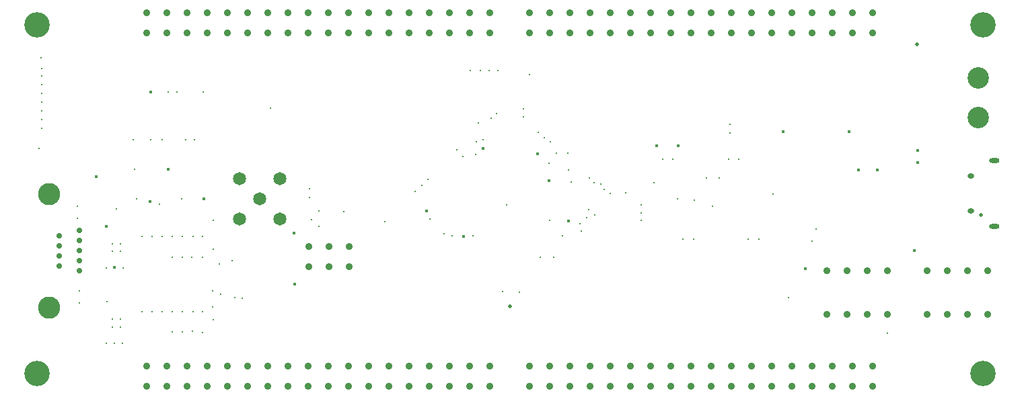
<source format=gbr>
%TF.GenerationSoftware,Altium Limited,Altium Designer,22.1.2 (22)*%
G04 Layer_Color=0*
%FSLAX45Y45*%
%MOMM*%
%TF.SameCoordinates,69A41402-0A08-4178-9E70-C708664AA264*%
%TF.FilePolarity,Positive*%
%TF.FileFunction,Plated,1,4,PTH,Drill*%
%TF.Part,Single*%
G01*
G75*
%TA.AperFunction,ComponentDrill*%
%ADD165C,0.90000*%
%ADD166C,2.79000*%
%ADD167C,0.71000*%
%ADD168O,1.30000X0.60000*%
%ADD169O,0.85000X0.65000*%
%ADD170C,2.70000*%
%ADD171C,1.65000*%
%TA.AperFunction,ViaDrill,NotFilled*%
%ADD172C,0.30000*%
%ADD173C,0.40000*%
%ADD174C,0.50000*%
%ADD175C,3.20000*%
D165*
X7008000Y146000D02*
D03*
X7262000D02*
D03*
X7262000Y400000D02*
D03*
X7516000Y146000D02*
D03*
X7516000Y400000D02*
D03*
X12258000Y1050000D02*
D03*
X12004000D02*
D03*
X11750000D02*
D03*
X11496000D02*
D03*
X12258000Y1600000D02*
D03*
X12004000D02*
D03*
X11750000D02*
D03*
X11496000D02*
D03*
X5492000Y146000D02*
D03*
X6500000D02*
D03*
Y400000D02*
D03*
X6754000Y146000D02*
D03*
Y400000D02*
D03*
X7008000D02*
D03*
X7770000Y146000D02*
D03*
Y400000D02*
D03*
X8024000Y146000D02*
D03*
X8024000Y400000D02*
D03*
X8278000Y146000D02*
D03*
Y400000D02*
D03*
X8532000Y146000D02*
D03*
Y400000D02*
D03*
X8786000Y146000D02*
D03*
Y400000D02*
D03*
X9040000Y146000D02*
D03*
Y400000D02*
D03*
X9294000Y146000D02*
D03*
X9294000Y400000D02*
D03*
X9548000Y146000D02*
D03*
X9548000Y400000D02*
D03*
X9802000Y146000D02*
D03*
Y400000D02*
D03*
X10056000Y146000D02*
D03*
Y400000D02*
D03*
X10310000Y146000D02*
D03*
X10310000Y400000D02*
D03*
X10564000Y146000D02*
D03*
Y400000D02*
D03*
X10818000Y146000D02*
D03*
Y400000D02*
D03*
X1682000Y146000D02*
D03*
Y400000D02*
D03*
X1936000Y146000D02*
D03*
Y400000D02*
D03*
X2190001Y146000D02*
D03*
X2190000Y400000D02*
D03*
X2444000Y146000D02*
D03*
X2444000Y400000D02*
D03*
X2698000Y146000D02*
D03*
X2698000Y400000D02*
D03*
X2952000Y146000D02*
D03*
Y400000D02*
D03*
X3206000Y146000D02*
D03*
X3206000Y400000D02*
D03*
X3460000Y146000D02*
D03*
X3460000Y400000D02*
D03*
X3714000Y146000D02*
D03*
Y400000D02*
D03*
X3968000Y146000D02*
D03*
Y400000D02*
D03*
X4222000Y146000D02*
D03*
Y400000D02*
D03*
X4476001Y146000D02*
D03*
X4476000Y400000D02*
D03*
X4730000Y146000D02*
D03*
X4730000Y400000D02*
D03*
X4984000Y146000D02*
D03*
Y400000D02*
D03*
X5238000Y146000D02*
D03*
Y400000D02*
D03*
X5492000D02*
D03*
X5746000Y146000D02*
D03*
X5746000Y400000D02*
D03*
X6000000Y146000D02*
D03*
X6000000Y400000D02*
D03*
X4229000Y1900000D02*
D03*
Y1646000D02*
D03*
X3975000Y1900000D02*
D03*
Y1646000D02*
D03*
X3721000Y1900000D02*
D03*
Y1646000D02*
D03*
X11000000Y1600000D02*
D03*
X10746000D02*
D03*
X10492000D02*
D03*
X10238000D02*
D03*
X11000000Y1050000D02*
D03*
X10746000D02*
D03*
X10492000D02*
D03*
X10238000D02*
D03*
X6500000Y4596000D02*
D03*
X6500000Y4850000D02*
D03*
X6754000Y4596000D02*
D03*
Y4850000D02*
D03*
X7008000Y4596000D02*
D03*
X7008000Y4850000D02*
D03*
X7262000Y4596000D02*
D03*
Y4850000D02*
D03*
X7516000Y4596000D02*
D03*
Y4850000D02*
D03*
X7770000Y4596000D02*
D03*
X7770000Y4850000D02*
D03*
X8024000Y4596000D02*
D03*
X8024000Y4850000D02*
D03*
X8278000Y4596000D02*
D03*
Y4850000D02*
D03*
X8532000Y4596000D02*
D03*
Y4850000D02*
D03*
X8786000Y4596000D02*
D03*
X8786000Y4850000D02*
D03*
X9040000Y4596000D02*
D03*
Y4850000D02*
D03*
X9294000Y4596000D02*
D03*
X9294000Y4850000D02*
D03*
X9548000Y4596000D02*
D03*
Y4850000D02*
D03*
X9802000Y4596000D02*
D03*
X9802000Y4850000D02*
D03*
X10056000Y4596000D02*
D03*
X10056000Y4850000D02*
D03*
X10310000Y4596000D02*
D03*
Y4850000D02*
D03*
X10564000Y4596000D02*
D03*
Y4850000D02*
D03*
X10818000Y4596000D02*
D03*
Y4850000D02*
D03*
X1682000Y4596000D02*
D03*
Y4850000D02*
D03*
X1936000Y4596000D02*
D03*
X1936000Y4850000D02*
D03*
X2190000Y4596000D02*
D03*
Y4850000D02*
D03*
X2444000Y4596000D02*
D03*
Y4850000D02*
D03*
X2698000Y4596000D02*
D03*
Y4850000D02*
D03*
X2952000Y4596000D02*
D03*
X2952000Y4850000D02*
D03*
X3206000Y4596000D02*
D03*
X3206000Y4850000D02*
D03*
X3460000Y4596000D02*
D03*
Y4850000D02*
D03*
X3714000Y4596000D02*
D03*
Y4850000D02*
D03*
X3968000Y4596000D02*
D03*
Y4850000D02*
D03*
X4222000Y4596000D02*
D03*
X4222000Y4850000D02*
D03*
X4476000Y4596000D02*
D03*
Y4850000D02*
D03*
X4730000Y4596000D02*
D03*
Y4850000D02*
D03*
X4984000Y4596000D02*
D03*
Y4850000D02*
D03*
X5238000Y4596000D02*
D03*
Y4850000D02*
D03*
X5492000Y4596000D02*
D03*
X5492000Y4850000D02*
D03*
X5746000Y4596000D02*
D03*
Y4850000D02*
D03*
X6000000Y4596000D02*
D03*
Y4850000D02*
D03*
D166*
X454500Y1132500D02*
D03*
Y2567500D02*
D03*
D167*
X835500Y1596000D02*
D03*
X835500Y1723000D02*
D03*
Y1850000D02*
D03*
Y1977000D02*
D03*
Y2104000D02*
D03*
X581500Y1659500D02*
D03*
X581500Y1786500D02*
D03*
Y1913500D02*
D03*
X581500Y2040500D02*
D03*
D168*
X12350000Y2155000D02*
D03*
Y2990000D02*
D03*
D169*
X12050000Y2795000D02*
D03*
X12050000Y2350000D02*
D03*
D170*
X12140000Y4030000D02*
D03*
Y3530000D02*
D03*
D171*
X3100008Y2500000D02*
D03*
X3354000Y2245992D02*
D03*
Y2753992D02*
D03*
X2846000D02*
D03*
Y2245992D02*
D03*
D172*
X8880000Y2770000D02*
D03*
X8570000Y2490000D02*
D03*
X8720000Y2770000D02*
D03*
X8800000Y2410000D02*
D03*
X8060000Y2710000D02*
D03*
X8360000Y2500000D02*
D03*
X7900000Y2430000D02*
D03*
Y2230000D02*
D03*
X7020000Y2720000D02*
D03*
X7130000Y2190000D02*
D03*
X7320000Y2300000D02*
D03*
X7240000Y2370000D02*
D03*
X7900000Y2330000D02*
D03*
X6630000Y1770000D02*
D03*
X6800000D02*
D03*
X1380000Y1630000D02*
D03*
X6160009Y1337500D02*
D03*
X6370000Y1330000D02*
D03*
X10050000Y1970000D02*
D03*
X3730000Y2520000D02*
D03*
X2520000Y2230000D02*
D03*
X6990000Y2870000D02*
D03*
X9561265Y2561265D02*
D03*
X10100000Y2120000D02*
D03*
X6610000Y3340000D02*
D03*
X6760000Y3225000D02*
D03*
X6837978Y3080000D02*
D03*
X6685040Y3274960D02*
D03*
X6740000Y2950000D02*
D03*
X6980000Y3080000D02*
D03*
X5820000Y3062500D02*
D03*
X2750000Y1722500D02*
D03*
X2590000Y1680000D02*
D03*
X2380000Y1770000D02*
D03*
X2000000D02*
D03*
X2250000D02*
D03*
X2130000D02*
D03*
X2259794Y2029998D02*
D03*
X1870000Y2030000D02*
D03*
X2520916Y1871406D02*
D03*
X2883735Y1253735D02*
D03*
X2610000Y1300000D02*
D03*
X2510000Y1340000D02*
D03*
X2790000Y1260000D02*
D03*
X2507485Y1140015D02*
D03*
X2519969Y982500D02*
D03*
X5910000Y3250000D02*
D03*
X2059999Y3850000D02*
D03*
X5824936Y3224936D02*
D03*
X2380000Y822499D02*
D03*
X2254000Y834000D02*
D03*
X2127000Y830000D02*
D03*
X2000000D02*
D03*
Y1080000D02*
D03*
X1530000Y2880000D02*
D03*
X1550000Y2500000D02*
D03*
X6750000Y2230000D02*
D03*
X7310000Y2710000D02*
D03*
X5220000Y2750000D02*
D03*
X5140000Y2670000D02*
D03*
X2259896Y1079896D02*
D03*
X2380000Y1080000D02*
D03*
Y2030000D02*
D03*
X1270000Y680000D02*
D03*
X830000Y1190000D02*
D03*
Y1340000D02*
D03*
X810000Y2260000D02*
D03*
Y2410000D02*
D03*
X1750000Y1080000D02*
D03*
X5520000Y2040000D02*
D03*
X5785104Y2035104D02*
D03*
X7220000Y2270000D02*
D03*
X3750000Y2240000D02*
D03*
X1170000Y1630000D02*
D03*
X1180000Y1210000D02*
D03*
X1170000Y680000D02*
D03*
X1370000D02*
D03*
X2130000Y2030000D02*
D03*
X1620000D02*
D03*
X1750000D02*
D03*
X2000000D02*
D03*
X1870000Y1080000D02*
D03*
X2130000D02*
D03*
X7250000Y2770000D02*
D03*
X8430000Y2000000D02*
D03*
X9760000Y1260000D02*
D03*
X11000000Y810000D02*
D03*
X7390000Y2690000D02*
D03*
X7150000Y2100000D02*
D03*
X7440046Y2625069D02*
D03*
X9020000Y3440000D02*
D03*
X6500000Y4070000D02*
D03*
X7710000Y2580000D02*
D03*
X1950000Y3850000D02*
D03*
X1510000Y3250000D02*
D03*
X6010634Y3519550D02*
D03*
X5580000Y3120000D02*
D03*
X5850000Y3460000D02*
D03*
X6420000Y3640000D02*
D03*
X6418808Y3538723D02*
D03*
X3850000Y2160000D02*
D03*
X2170000Y3250000D02*
D03*
X1870000Y3250000D02*
D03*
X5240000Y2250000D02*
D03*
X5060000Y2600000D02*
D03*
X1840000Y2440000D02*
D03*
X3730000Y2630000D02*
D03*
X3850000Y2350000D02*
D03*
X4160000Y2340000D02*
D03*
X360000Y4150000D02*
D03*
X6080000Y3580000D02*
D03*
X3240000Y3650000D02*
D03*
X360000Y3390000D02*
D03*
Y3500000D02*
D03*
Y3610000D02*
D03*
Y3830000D02*
D03*
Y4050000D02*
D03*
X320000Y3140000D02*
D03*
X350000Y4280000D02*
D03*
X360000Y3720000D02*
D03*
Y3940000D02*
D03*
X7512500Y2572500D02*
D03*
X8560000Y2000000D02*
D03*
X8170000Y3000000D02*
D03*
X8300000D02*
D03*
X9000000D02*
D03*
X9130000D02*
D03*
X9250000Y2000000D02*
D03*
X9380000D02*
D03*
X9020000Y3330000D02*
D03*
X1300000Y2380000D02*
D03*
X2120000Y2500000D02*
D03*
X1619000Y1081000D02*
D03*
X2279999Y3249999D02*
D03*
X1730103Y3249896D02*
D03*
X2390000Y3850000D02*
D03*
X5420000Y2060000D02*
D03*
X6210000Y2430000D02*
D03*
X4680000Y2220000D02*
D03*
X5750000Y4120000D02*
D03*
X5880000D02*
D03*
X6100000D02*
D03*
X5990000D02*
D03*
X5660000Y3040000D02*
D03*
X6910000Y2040000D02*
D03*
X1350000Y1840000D02*
D03*
Y1940000D02*
D03*
X1250000Y1840000D02*
D03*
Y1940000D02*
D03*
X1350000Y890001D02*
D03*
X1350000Y990000D02*
D03*
X1250000Y890000D02*
D03*
Y990000D02*
D03*
D173*
X1276568Y1636568D02*
D03*
X3540000Y1430000D02*
D03*
X9970000Y1620000D02*
D03*
X1040000Y2780000D02*
D03*
X3530000Y2070000D02*
D03*
X8100000Y3170000D02*
D03*
X8370000D02*
D03*
X9690000Y3350000D02*
D03*
X10520000D02*
D03*
X6600000Y3070000D02*
D03*
X11340000Y1850000D02*
D03*
X1950000Y2880000D02*
D03*
X1720000Y2470000D02*
D03*
X1170000Y2160000D02*
D03*
X6740000Y2730000D02*
D03*
X5670000Y2030000D02*
D03*
X2400000Y2500000D02*
D03*
X1730000Y3850000D02*
D03*
X5200000Y2350000D02*
D03*
X11380000Y3110000D02*
D03*
Y2960000D02*
D03*
X10870000Y2870000D02*
D03*
X10640000D02*
D03*
X6990000Y2222530D02*
D03*
X5910000Y3140000D02*
D03*
D174*
X11375000Y4450000D02*
D03*
X12175000Y2300000D02*
D03*
X6250000Y1150000D02*
D03*
D175*
X12200000Y300000D02*
D03*
Y4700000D02*
D03*
X300000Y300000D02*
D03*
Y4700000D02*
D03*
%TF.MD5,186acac855b4b56c3251cadf9ad52452*%
M02*

</source>
